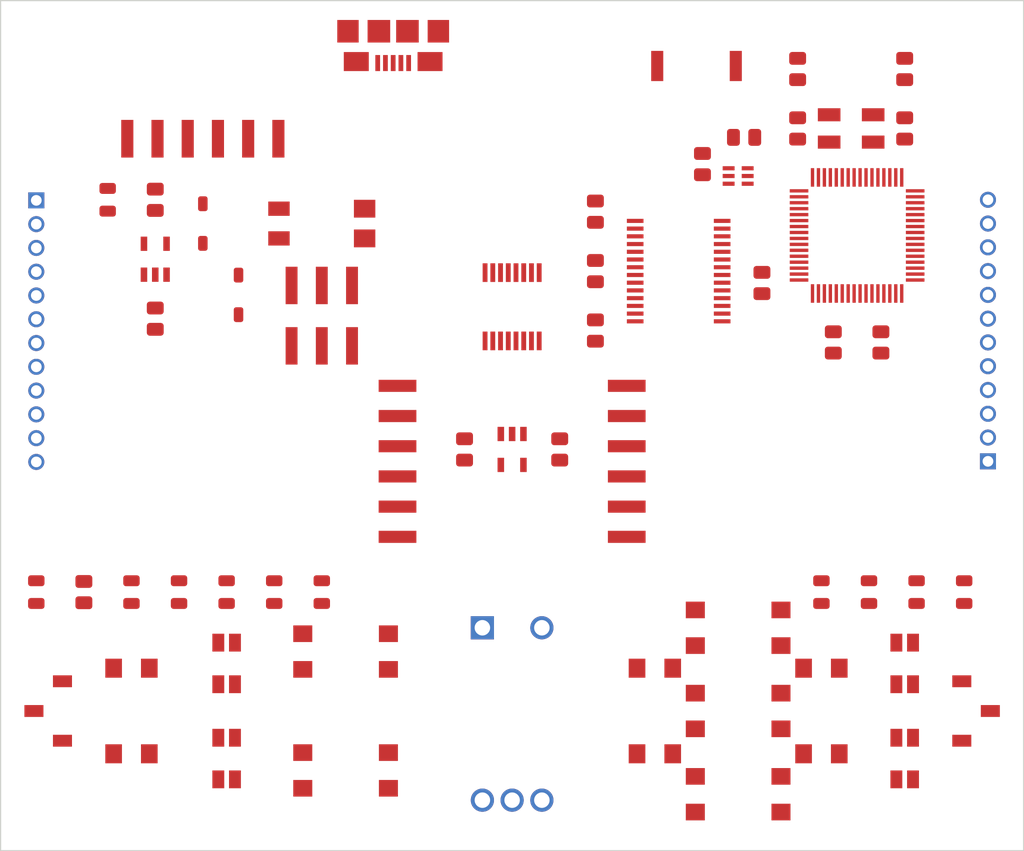
<source format=kicad_pcb>
(kicad_pcb (version 20241229) (generator "pcbnew") (generator_version "9.0")
  (layers (0 "F.Cu" signal "Top") (4 "In1.Cu" signal "Route2") (6 "In2.Cu" signal "Route15") (2 "B.Cu" signal "Bottom") (13 "F.Paste" user) (15 "B.Paste" user) (5 "F.SilkS" user "F.Silkscreen") (7 "B.SilkS" user "B.Silkscreen") (1 "F.Mask" user) (3 "B.Mask" user) (25 "Edge.Cuts" user))
  (net 0 "")
  (net 1 "GND")
  (net 2 "3V3")
  (net 3 "VBAT")
  (net 4 "Net-(B2-Pad4)")
  (net 5 "Net-(B2-Pad3)")
  (net 6 "Net-(B2-Pad2)")
  (net 7 "Net-(A1-PadFEED)")
  (net 8 "Net-(C14-Pad1)")
  (net 9 "Net-(C15-Pad1)")
  (net 10 "Net-(C11-Pad1)")
  (net 11 "Net-(C13-Pad1)")
  (net 12 "Net-(D6-PadC1)")
  (net 13 "/RESET")
  (net 14 "/THROTTLE")
  (net 15 "/YAW")
  (net 16 "/BTN_CENTER")
  (net 17 "/BTN_RIGHT")
  (net 18 "/BTN_LEFT")
  (net 19 "/BTN_UP")
  (net 20 "/RXI-0")
  (net 21 "/TXO-0")
  (net 22 "/E1-B")
  (net 23 "/E1-A")
  (net 24 "/MISO")
  (net 25 "/MOSI")
  (net 26 "/SCK")
  (net 27 "/BTN_DOWN")
  (net 28 "/E1-BUT")
  (net 29 "/BTN2/SDA")
  (net 30 "/BTN1/SCL")
  (net 31 "/PITCH")
  (net 32 "/RF")
  (net 33 "Net-(D6-PadA1)")
  (net 34 "Net-(D6-PadA2)")
  (net 35 "/ROLL")
  (net 36 "/DTR-0")
  (net 37 "/VREG_IN")
  (net 38 "/RXI")
  (net 39 "/FTDI_OUT")
  (net 40 "/TXLED")
  (net 41 "/RXLED")
  (net 42 "/DTR")
  (net 43 "/USB_D_N")
  (net 44 "/USB_D_P")
  (net 45 "/CTS")
  (net 46 "/TXO")
  (net 47 "Net-(R7-Pad1)")
  (net 48 "/VBUS")
  (net 49 "Net-(B3-Pad1A)")
  (net 50 "Net-(R1-Pad2)")
  (net 51 "Net-(D1-PadC2)")
  (net 52 "Net-(D4-PadC1)")
  (net 53 "/RXI-1")
  (net 54 "/TXO-1")
  (net 55 "Net-(S2-Pad2)")
  (net 56 "/DTR-1")
  (net 57 "/CTS-1")
  (net 58 "/GREF")
  (net 59 "Net-(D6-PadC2)")
  (net 60 "Net-(D5-PadA2)")
  (net 61 "Net-(D5-PadA1)")
  (net 62 "Net-(D1-PadA1)")
  (net 63 "Net-(D4-PadC2)")
  (footprint "controller_board:BALUN" (layer "F.Cu") (at 167.5011 83.7536 -90)
    (property "Reference" "B2" (hide yes))
    (property "Value" "BALUN0805" (hide yes))
    (pad "1" smd rect (at -0.65 0.8 270) (size 0.35 1) (layers "F.Cu" "F.Mask" "F.Paste") (net 7 "Net-(A1-PadFEED)"))
    (pad "2" smd rect (at 0 0.8 270) (size 0.35 1) (layers "F.Cu" "F.Mask" "F.Paste") (net 6 "Net-(B2-Pad2)"))
    (pad "3" smd rect (at 0.65 0.8 270) (size 0.35 1) (layers "F.Cu" "F.Mask" "F.Paste") (net 5 "Net-(B2-Pad3)"))
    (pad "4" smd rect (at 0.65 -0.8 270) (size 0.35 1) (layers "F.Cu" "F.Mask" "F.Paste") (net 4 "Net-(B2-Pad4)"))
    (pad "5" smd rect (at 0 -0.8 270) (size 0.35 1) (layers "F.Cu" "F.Mask" "F.Paste") (net 1 "GND"))
    (pad "6" smd rect (at -0.65 -0.8 270) (size 0.35 1) (layers "F.Cu" "F.Mask" "F.Paste"))
  )
  (footprint "controller_board:CAPC2012X140_HS" (layer "F.Cu") (at 164.5011 82.7536 -90)
    (property "Reference" "C3" (hide yes))
    (property "Value" "22pF" (hide yes))
    (pad "1" smd roundrect (at -0.895 0 90) (size 1.08 1.42) (layers "F.Cu" "F.Mask") (roundrect_rratio 0.23) (net 1 "GND"))
    (pad "2" smd roundrect (at 0.895 0 270) (size 1.08 1.42) (layers "F.Cu" "F.Mask") (roundrect_rratio 0.23) (net 6 "Net-(B2-Pad2)"))
  )
  (footprint "controller_board:CAPC2012X140_HS" (layer "F.Cu") (at 172.5011 74.7536 90)
    (property "Reference" "C14" (hide yes))
    (property "Value" "12pF" (hide yes))
    (pad "1" smd roundrect (at -0.895 0 270) (size 1.08 1.42) (layers "F.Cu" "F.Mask") (roundrect_rratio 0.23) (net 8 "Net-(C14-Pad1)"))
    (pad "2" smd roundrect (at 0.895 0 90) (size 1.08 1.42) (layers "F.Cu" "F.Mask") (roundrect_rratio 0.23) (net 1 "GND"))
  )
  (footprint "controller_board:CAPC2012X140_HS" (layer "F.Cu") (at 181.5011 74.7536 90)
    (property "Reference" "C15" (hide yes))
    (property "Value" "12pF" (hide yes))
    (pad "1" smd roundrect (at -0.895 0 270) (size 1.08 1.42) (layers "F.Cu" "F.Mask") (roundrect_rratio 0.23) (net 9 "Net-(C15-Pad1)"))
    (pad "2" smd roundrect (at 0.895 0 90) (size 1.08 1.42) (layers "F.Cu" "F.Mask") (roundrect_rratio 0.23) (net 1 "GND"))
  )
  (footprint "controller_board:CAPC2012X140_HS" (layer "F.Cu") (at 175.5011 97.7536 -90)
    (property "Reference" "C11" (hide yes))
    (property "Value" "1uF" (hide yes))
    (pad "1" smd roundrect (at -0.895 0 90) (size 1.08 1.42) (layers "F.Cu" "F.Mask") (roundrect_rratio 0.23) (net 10 "Net-(C11-Pad1)"))
    (pad "2" smd roundrect (at 0.895 0 270) (size 1.08 1.42) (layers "F.Cu" "F.Mask") (roundrect_rratio 0.23) (net 1 "GND"))
  )
  (footprint "controller_board:CAPC2012X140_HS" (layer "F.Cu") (at 172.5011 79.7536 -90)
    (property "Reference" "C13" (hide yes))
    (property "Value" "1uF" (hide yes))
    (pad "1" smd roundrect (at -0.895 0 90) (size 1.08 1.42) (layers "F.Cu" "F.Mask") (roundrect_rratio 0.23) (net 11 "Net-(C13-Pad1)"))
    (pad "2" smd roundrect (at 0.895 0 270) (size 1.08 1.42) (layers "F.Cu" "F.Mask") (roundrect_rratio 0.23) (net 1 "GND"))
  )
  (footprint "controller_board:CAPC2012X140_HS" (layer "F.Cu") (at 168.0011 80.5036)
    (property "Reference" "C2" (hide yes))
    (property "Value" "0.75pF" (hide yes))
    (pad "1" smd roundrect (at -0.895 0 180) (size 1.08 1.42) (layers "F.Cu" "F.Mask") (roundrect_rratio 0.23) (net 7 "Net-(A1-PadFEED)"))
    (pad "2" smd roundrect (at 0.895 0) (size 1.08 1.42) (layers "F.Cu" "F.Mask") (roundrect_rratio 0.23) (net 1 "GND"))
  )
  (footprint "controller_board:CAPC2012X140_HS" (layer "F.Cu") (at 179.5011 97.7536 -90)
    (property "Reference" "C12" (hide yes))
    (property "Value" "1uF" (hide yes))
    (pad "1" smd roundrect (at -0.895 0 90) (size 1.08 1.42) (layers "F.Cu" "F.Mask") (roundrect_rratio 0.23) (net 2 "3V3"))
    (pad "2" smd roundrect (at 0.895 0 270) (size 1.08 1.42) (layers "F.Cu" "F.Mask") (roundrect_rratio 0.23) (net 1 "GND"))
  )
  (footprint "controller_board:CAPC2012X140_HS" (layer "F.Cu") (at 181.5011 79.7536 -90)
    (property "Reference" "C16" (hide yes))
    (property "Value" "1uF" (hide yes))
    (pad "1" smd roundrect (at -0.895 0 90) (size 1.08 1.42) (layers "F.Cu" "F.Mask") (roundrect_rratio 0.23) (net 2 "3V3"))
    (pad "2" smd roundrect (at 0.895 0 270) (size 1.08 1.42) (layers "F.Cu" "F.Mask") (roundrect_rratio 0.23) (net 1 "GND"))
  )
  (footprint "controller_board:CAPC2012X140_HS" (layer "F.Cu") (at 112.5011 118.7536 90)
    (property "Reference" "C1" (hide yes))
    (property "Value" "0.1uF" (hide yes))
    (pad "1" smd roundrect (at -0.895 0 270) (size 1.08 1.42) (layers "F.Cu" "F.Mask") (roundrect_rratio 0.23) (net 13 "/RESET"))
    (pad "2" smd roundrect (at 0.895 0 90) (size 1.08 1.42) (layers "F.Cu" "F.Mask") (roundrect_rratio 0.23) (net 36 "/DTR-0"))
  )
  (footprint "controller_board:2X3-SMD" (layer "F.Cu") (at 132.5011 95.5 180)
    (property "Reference" "J4" (hide yes))
    (property "Value" "AVR_SPI_PRG_6-SMD" (hide yes))
    (pad "1" smd rect (at -2.54 2.54 180) (size 1 3.15) (layers "F.Cu" "F.Mask" "F.Paste") (net 24 "/MISO"))
    (pad "2" smd rect (at -2.54 -2.54 180) (size 1 3.15) (layers "F.Cu" "F.Mask" "F.Paste") (net 2 "3V3"))
    (pad "3" smd rect (at 0 2.54 180) (size 1 3.15) (layers "F.Cu" "F.Mask" "F.Paste") (net 26 "/SCK"))
    (pad "4" smd rect (at 0 -2.54 180) (size 1 3.15) (layers "F.Cu" "F.Mask" "F.Paste") (net 25 "/MOSI"))
    (pad "5" smd rect (at 2.54 2.54 180) (size 1 3.15) (layers "F.Cu" "F.Mask" "F.Paste") (net 13 "/RESET"))
    (pad "6" smd rect (at 2.54 -2.54 180) (size 1 3.15) (layers "F.Cu" "F.Mask" "F.Paste") (net 1 "GND"))
  )
  (footprint "controller_board:RESC2012X60_HS" (layer "F.Cu") (at 178.5011 118.7536 -90)
    (property "Reference" "R18" (hide yes))
    (property "Value" "510" (hide yes))
    (pad "1" smd roundrect (at -0.955 0 90) (size 0.92 1.38) (layers "F.Cu" "F.Mask") (net 1 "GND"))
    (pad "2" smd roundrect (at 0.955 0 270) (size 0.92 1.38) (layers "F.Cu" "F.Mask") (net 12 "Net-(D6-PadC1)"))
  )
  (footprint "controller_board:RESC2012X60_HS" (layer "F.Cu") (at 108.5011 118.7536 90)
    (property "Reference" "R2" (hide yes))
    (property "Value" "10K" (hide yes))
    (pad "1" smd roundrect (at -0.955 0 270) (size 0.92 1.38) (layers "F.Cu" "F.Mask") (net 13 "/RESET"))
    (pad "2" smd roundrect (at 0.955 0 90) (size 0.92 1.38) (layers "F.Cu" "F.Mask") (net 2 "3V3"))
  )
  (footprint "controller_board:4.5MM_TACTILE_SWITCH_TL3305AF160QG" (layer "F.Cu") (at 134.5011 133.7536 180)
    (property "Reference" "B5" (hide yes))
    (property "Value" "PUSHBUTTON_-4.5X4.5" (hide yes))
    (pad "1" smd rect (at -3.6 1.5 270) (size 1.4 1.6) (layers "F.Cu" "F.Mask" "F.Paste") (net 1 "GND"))
    (pad "2" smd rect (at 3.6 1.5 270) (size 1.4 1.6) (layers "F.Cu" "F.Mask" "F.Paste") (net 1 "GND"))
    (pad "3" smd rect (at -3.6 -1.5 270) (size 1.4 1.6) (layers "F.Cu" "F.Mask" "F.Paste") (net 29 "/BTN2/SDA"))
    (pad "4" smd rect (at 3.6 -1.5 270) (size 1.4 1.6) (layers "F.Cu" "F.Mask" "F.Paste") (net 29 "/BTN2/SDA"))
  )
  (footprint "controller_board:4.5MM_TACTILE_SWITCH_TL3305AF160QG" (layer "F.Cu") (at 134.5011 123.7536 180)
    (property "Reference" "B4" (hide yes))
    (property "Value" "PUSHBUTTON_-4.5X4.5" (hide yes))
    (pad "1" smd rect (at -3.6 1.5 270) (size 1.4 1.6) (layers "F.Cu" "F.Mask" "F.Paste") (net 1 "GND"))
    (pad "2" smd rect (at 3.6 1.5 270) (size 1.4 1.6) (layers "F.Cu" "F.Mask" "F.Paste") (net 1 "GND"))
    (pad "3" smd rect (at -3.6 -1.5 270) (size 1.4 1.6) (layers "F.Cu" "F.Mask" "F.Paste") (net 30 "/BTN1/SCL"))
    (pad "4" smd rect (at 3.6 -1.5 270) (size 1.4 1.6) (layers "F.Cu" "F.Mask" "F.Paste") (net 30 "/BTN1/SCL"))
  )
  (footprint "controller_board:4.5MM_TACTILE_SWITCH_TL3305AF160QG" (layer "F.Cu") (at 116.5011 128.7536 90)
    (property "Reference" "B1" (hide yes))
    (property "Value" "PUSHBUTTON_-4.5X4.5" (hide yes))
    (pad "1" smd rect (at -3.6 1.5 180) (size 1.4 1.6) (layers "F.Cu" "F.Mask" "F.Paste") (net 13 "/RESET"))
    (pad "2" smd rect (at 3.6 1.5 180) (size 1.4 1.6) (layers "F.Cu" "F.Mask" "F.Paste") (net 13 "/RESET"))
    (pad "3" smd rect (at -3.6 -1.5 180) (size 1.4 1.6) (layers "F.Cu" "F.Mask" "F.Paste") (net 1 "GND"))
    (pad "4" smd rect (at 3.6 -1.5 180) (size 1.4 1.6) (layers "F.Cu" "F.Mask" "F.Paste") (net 1 "GND"))
  )
  (footprint "controller_board:QFN-64" (layer "F.Cu") (at 177.5011 88.7536)
    (property "Reference" "U4" (hide yes))
    (property "Value" "ATMEGA128RFA1" (hide yes))
    (pad "1" smd rect (at -4.881 -3.75 270) (size 0.28 1.562) (layers "F.Cu" "F.Mask" "F.Paste") (net 35 "/ROLL"))
    (pad "2" smd rect (at -4.881 -3.25 270) (size 0.28 1.562) (layers "F.Cu" "F.Mask" "F.Paste") (net 31 "/PITCH"))
    (pad "3" smd rect (at -4.881 -2.75 270) (size 0.28 1.562) (layers "F.Cu" "F.Mask" "F.Paste"))
    (pad "4" smd rect (at -4.881 -2.25 270) (size 0.28 1.562) (layers "F.Cu" "F.Mask" "F.Paste"))
    (pad "5" smd rect (at -4.881 -1.75 270) (size 0.28 1.562) (layers "F.Cu" "F.Mask" "F.Paste"))
    (pad "6" smd rect (at -4.881 -1.25 270) (size 0.28 1.562) (layers "F.Cu" "F.Mask" "F.Paste"))
    (pad "7" smd rect (at -4.881 -0.75 270) (size 0.28 1.562) (layers "F.Cu" "F.Mask" "F.Paste") (net 1 "GND"))
    (pad "8" smd rect (at -4.881 -0.25 270) (size 0.28 1.562) (layers "F.Cu" "F.Mask" "F.Paste") (net 4 "Net-(B2-Pad4)"))
    (pad "9" smd rect (at -4.881 0.25 270) (size 0.28 1.562) (layers "F.Cu" "F.Mask" "F.Paste") (net 5 "Net-(B2-Pad3)"))
    (pad "10" smd rect (at -4.881 0.75 270) (size 0.28 1.562) (layers "F.Cu" "F.Mask" "F.Paste") (net 1 "GND"))
    (pad "11" smd rect (at -4.881 1.25 270) (size 0.28 1.562) (layers "F.Cu" "F.Mask" "F.Paste") (net 1 "GND"))
    (pad "12" smd rect (at -4.881 1.75 270) (size 0.28 1.562) (layers "F.Cu" "F.Mask" "F.Paste") (net 13 "/RESET"))
    (pad "13" smd rect (at -4.881 2.25 270) (size 0.28 1.562) (layers "F.Cu" "F.Mask" "F.Paste"))
    (pad "14" smd rect (at -4.881 2.75 270) (size 0.28 1.562) (layers "F.Cu" "F.Mask" "F.Paste") (net 34 "Net-(D6-PadA2)"))
    (pad "15" smd rect (at -4.881 3.25 90) (size 0.28 1.562) (layers "F.Cu" "F.Mask" "F.Paste") (net 33 "Net-(D6-PadA1)"))
    (pad "16" smd rect (at -4.881 3.75 90) (size 0.28 1.562) (layers "F.Cu" "F.Mask" "F.Paste") (net 32 "/RF"))
    (pad "17" smd rect (at -3.75 4.881 180) (size 0.28 1.562) (layers "F.Cu" "F.Mask" "F.Paste"))
    (pad "18" smd rect (at -3.25 4.881 180) (size 0.28 1.562) (layers "F.Cu" "F.Mask" "F.Paste"))
    (pad "19" smd rect (at -2.75 4.881 180) (size 0.28 1.562) (layers "F.Cu" "F.Mask" "F.Paste"))
    (pad "20" smd rect (at -2.25 4.881 180) (size 0.28 1.562) (layers "F.Cu" "F.Mask" "F.Paste") (net 1 "GND"))
    (pad "21" smd rect (at -1.75 4.881 180) (size 0.28 1.562) (layers "F.Cu" "F.Mask" "F.Paste") (net 10 "Net-(C11-Pad1)"))
    (pad "22" smd rect (at -1.25 4.881 180) (size 0.28 1.562) (layers "F.Cu" "F.Mask" "F.Paste") (net 10 "Net-(C11-Pad1)"))
    (pad "23" smd rect (at -0.75 4.881 180) (size 0.28 1.562) (layers "F.Cu" "F.Mask" "F.Paste") (net 2 "3V3"))
    (pad "24" smd rect (at -0.25 4.881 180) (size 0.28 1.562) (layers "F.Cu" "F.Mask" "F.Paste") (net 1 "GND"))
    (pad "25" smd rect (at 0.25 4.881 180) (size 0.28 1.562) (layers "F.Cu" "F.Mask" "F.Paste") (net 30 "/BTN1/SCL"))
    (pad "26" smd rect (at 0.75 4.881 180) (size 0.28 1.562) (layers "F.Cu" "F.Mask" "F.Paste") (net 29 "/BTN2/SDA"))
    (pad "27" smd rect (at 1.25 4.881 180) (size 0.28 1.562) (layers "F.Cu" "F.Mask" "F.Paste") (net 28 "/E1-BUT"))
    (pad "28" smd rect (at 1.75 4.881 180) (size 0.28 1.562) (layers "F.Cu" "F.Mask" "F.Paste") (net 27 "/BTN_DOWN"))
    (pad "29" smd rect (at 2.25 4.881) (size 0.28 1.562) (layers "F.Cu" "F.Mask" "F.Paste"))
    (pad "30" smd rect (at 2.75 4.881) (size 0.28 1.562) (layers "F.Cu" "F.Mask" "F.Paste"))
    (pad "31" smd rect (at 3.25 4.881) (size 0.28 1.562) (layers "F.Cu" "F.Mask" "F.Paste"))
    (pad "32" smd rect (at 3.75 4.881) (size 0.28 1.562) (layers "F.Cu" "F.Mask" "F.Paste"))
    (pad "33" smd rect (at 4.881 3.75 90) (size 0.28 1.562) (layers "F.Cu" "F.Mask" "F.Paste") (net 1 "GND"))
    (pad "34" smd rect (at 4.881 3.25 90) (size 0.28 1.562) (layers "F.Cu" "F.Mask" "F.Paste") (net 2 "3V3"))
    (pad "35" smd rect (at 4.881 2.75 90) (size 0.28 1.562) (layers "F.Cu" "F.Mask" "F.Paste") (net 1 "GND"))
    (pad "36" smd rect (at 4.881 2.25 90) (size 0.28 1.562) (layers "F.Cu" "F.Mask" "F.Paste"))
    (pad "37" smd rect (at 4.881 1.75 90) (size 0.28 1.562) (layers "F.Cu" "F.Mask" "F.Paste") (net 26 "/SCK"))
    (pad "38" smd rect (at 4.881 1.25 90) (size 0.28 1.562) (layers "F.Cu" "F.Mask" "F.Paste") (net 25 "/MOSI"))
    (pad "39" smd rect (at 4.881 0.75 90) (size 0.28 1.562) (layers "F.Cu" "F.Mask" "F.Paste") (net 24 "/MISO"))
    (pad "40" smd rect (at 4.881 0.25 90) (size 0.28 1.562) (layers "F.Cu" "F.Mask" "F.Paste") (net 23 "/E1-A"))
    (pad "41" smd rect (at 4.881 -0.25 90) (size 0.28 1.562) (layers "F.Cu" "F.Mask" "F.Paste") (net 22 "/E1-B"))
    (pad "42" smd rect (at 4.881 -0.75 90) (size 0.28 1.562) (layers "F.Cu" "F.Mask" "F.Paste"))
    (pad "43" smd rect (at 4.881 -1.25 90) (size 0.28 1.562) (layers "F.Cu" "F.Mask" "F.Paste"))
    (pad "44" smd rect (at 4.881 -1.75 90) (size 0.28 1.562) (layers "F.Cu" "F.Mask" "F.Paste") (net 2 "3V3"))
    (pad "45" smd rect (at 4.881 -2.25 90) (size 0.28 1.562) (layers "F.Cu" "F.Mask" "F.Paste") (net 1 "GND"))
    (pad "46" smd rect (at 4.881 -2.75 90) (size 0.28 1.562) (layers "F.Cu" "F.Mask" "F.Paste") (net 21 "/TXO-0"))
    (pad "47" smd rect (at 4.881 -3.25 90) (size 0.28 1.562) (layers "F.Cu" "F.Mask" "F.Paste") (net 20 "/RXI-0"))
    (pad "48" smd rect (at 4.881 -3.75 90) (size 0.28 1.562) (layers "F.Cu" "F.Mask" "F.Paste"))
    (pad "49" smd rect (at 3.75 -4.881) (size 0.28 1.562) (layers "F.Cu" "F.Mask" "F.Paste"))
    (pad "50" smd rect (at 3.25 -4.881) (size 0.28 1.562) (layers "F.Cu" "F.Mask" "F.Paste") (net 19 "/BTN_UP"))
    (pad "51" smd rect (at 2.75 -4.881) (size 0.28 1.562) (layers "F.Cu" "F.Mask" "F.Paste") (net 18 "/BTN_LEFT"))
    (pad "52" smd rect (at 2.25 -4.881) (size 0.28 1.562) (layers "F.Cu" "F.Mask" "F.Paste") (net 17 "/BTN_RIGHT"))
    (pad "53" smd rect (at 1.75 -4.881) (size 0.28 1.562) (layers "F.Cu" "F.Mask" "F.Paste") (net 16 "/BTN_CENTER"))
    (pad "54" smd rect (at 1.25 -4.881) (size 0.28 1.562) (layers "F.Cu" "F.Mask" "F.Paste") (net 2 "3V3"))
    (pad "55" smd rect (at 0.75 -4.881) (size 0.28 1.562) (layers "F.Cu" "F.Mask" "F.Paste") (net 1 "GND"))
    (pad "56" smd rect (at 0.25 -4.881) (size 0.28 1.562) (layers "F.Cu" "F.Mask" "F.Paste") (net 9 "Net-(C15-Pad1)"))
    (pad "57" smd rect (at -0.25 -4.881) (size 0.28 1.562) (layers "F.Cu" "F.Mask" "F.Paste") (net 8 "Net-(C14-Pad1)"))
    (pad "58" smd rect (at -0.75 -4.881) (size 0.28 1.562) (layers "F.Cu" "F.Mask" "F.Paste") (net 1 "GND"))
    (pad "59" smd rect (at -1.25 -4.881) (size 0.28 1.562) (layers "F.Cu" "F.Mask" "F.Paste") (net 2 "3V3"))
    (pad "60" smd rect (at -1.75 -4.881) (size 0.28 1.562) (layers "F.Cu" "F.Mask" "F.Paste") (net 11 "Net-(C13-Pad1)"))
    (pad "61" smd rect (at -2.25 -4.881) (size 0.28 1.562) (layers "F.Cu" "F.Mask" "F.Paste") (net 1 "GND"))
    (pad "62" smd rect (at -2.75 -4.881) (size 0.28 1.562) (layers "F.Cu" "F.Mask" "F.Paste"))
    (pad "63" smd rect (at -3.25 -4.881) (size 0.28 1.562) (layers "F.Cu" "F.Mask" "F.Paste") (net 15 "/YAW"))
    (pad "64" smd rect (at -3.75 -4.881) (size 0.28 1.562) (layers "F.Cu" "F.Mask" "F.Paste") (net 14 "/THROTTLE"))
  )
  (footprint "controller_board:CRYSTAL-SMD-5X3" (layer "F.Cu") (at 177.0011 79.7536 180)
    (property "Reference" "Y1" (hide yes))
    (property "Value" "CRYSTAL5X3" (hide yes))
    (pad "1" smd rect (at -1.85 1.15 180) (size 1.9 1.1) (layers "F.Cu" "F.Mask" "F.Paste") (net 9 "Net-(C15-Pad1)"))
    (pad "2" smd rect (at 1.85 1.15 180) (size 1.9 1.1) (layers "F.Cu" "F.Mask" "F.Paste"))
    (pad "3" smd rect (at 1.85 -1.15 180) (size 1.9 1.1) (layers "F.Cu" "F.Mask" "F.Paste") (net 8 "Net-(C14-Pad1)"))
    (pad "4" smd rect (at -1.85 -1.15 180) (size 1.9 1.1) (layers "F.Cu" "F.Mask" "F.Paste"))
  )
  (footprint "controller_board:JS102011JCQN" (layer "F.Cu") (at 109.5011 128.7536 90)
    (property "Reference" "S1" (hide yes))
    (property "Value" "POWER-SWITCH-MFS201N-9-Z-SMD-VERTICAL" (hide yes))
    (pad "1" smd rect (at -2.5 1.2 90) (size 1 1.6) (layers "F.Cu" "F.Mask" "F.Paste") (net 37 "/VREG_IN"))
    (pad "2" smd rect (at 0 -1.2 90) (size 1 1.6) (layers "F.Cu" "F.Mask" "F.Paste") (net 3 "VBAT"))
    (pad "3" smd rect (at 2.5 1.2 90) (size 1 1.6) (layers "F.Cu" "F.Mask" "F.Paste"))
  )
  (footprint "controller_board:SSOP28DB" (layer "F.Cu") (at 162.5011 91.7536 90)
    (property "Reference" "U3" (hide yes))
    (property "Value" "FT232RLSSOP" (hide yes))
    (pad "1" smd rect (at -4.225 3.656 90) (size 0.348 1.397) (layers "F.Cu" "F.Mask" "F.Paste") (net 46 "/TXO"))
    (pad "2" smd rect (at -3.575 3.656 90) (size 0.348 1.397) (layers "F.Cu" "F.Mask" "F.Paste") (net 42 "/DTR"))
    (pad "3" smd rect (at -2.925 3.656 90) (size 0.348 1.397) (layers "F.Cu" "F.Mask" "F.Paste"))
    (pad "4" smd rect (at -2.275 3.656 90) (size 0.348 1.397) (layers "F.Cu" "F.Mask" "F.Paste") (net 39 "/FTDI_OUT"))
    (pad "5" smd rect (at -1.625 3.656 90) (size 0.348 1.397) (layers "F.Cu" "F.Mask" "F.Paste") (net 38 "/RXI"))
    (pad "6" smd rect (at -0.975 3.656 90) (size 0.348 1.397) (layers "F.Cu" "F.Mask" "F.Paste"))
    (pad "7" smd rect (at -0.325 3.656 90) (size 0.348 1.397) (layers "F.Cu" "F.Mask" "F.Paste") (net 1 "GND"))
    (pad "8" smd rect (at 0.325 3.656 90) (size 0.348 1.397) (layers "F.Cu" "F.Mask" "F.Paste"))
    (pad "9" smd rect (at 0.975 3.656 90) (size 0.348 1.397) (layers "F.Cu" "F.Mask" "F.Paste"))
    (pad "10" smd rect (at 1.625 3.656 90) (size 0.348 1.397) (layers "F.Cu" "F.Mask" "F.Paste"))
    (pad "11" smd rect (at 2.275 3.656 90) (size 0.348 1.397) (layers "F.Cu" "F.Mask" "F.Paste") (net 45 "/CTS"))
    (pad "12" smd rect (at 2.925 3.656 90) (size 0.348 1.397) (layers "F.Cu" "F.Mask" "F.Paste"))
    (pad "13" smd rect (at 3.575 3.656 90) (size 0.348 1.397) (layers "F.Cu" "F.Mask" "F.Paste"))
    (pad "14" smd rect (at 4.225 3.656 90) (size 0.348 1.397) (layers "F.Cu" "F.Mask" "F.Paste"))
    (pad "15" smd rect (at 4.225 -3.656 90) (size 0.348 1.397) (layers "F.Cu" "F.Mask" "F.Paste") (net 44 "/USB_D_P"))
    (pad "16" smd rect (at 3.575 -3.656 90) (size 0.348 1.397) (layers "F.Cu" "F.Mask" "F.Paste") (net 43 "/USB_D_N"))
    (pad "17" smd rect (at 2.925 -3.656 90) (size 0.348 1.397) (layers "F.Cu" "F.Mask" "F.Paste") (net 39 "/FTDI_OUT"))
    (pad "18" smd rect (at 2.275 -3.656 90) (size 0.348 1.397) (layers "F.Cu" "F.Mask" "F.Paste") (net 1 "GND"))
    (pad "19" smd rect (at 1.625 -3.656 90) (size 0.348 1.397) (layers "F.Cu" "F.Mask" "F.Paste"))
    (pad "20" smd rect (at 0.975 -3.656 90) (size 0.348 1.397) (layers "F.Cu" "F.Mask" "F.Paste") (net 37 "/VREG_IN"))
    (pad "21" smd rect (at 0.325 -3.656 90) (size 0.348 1.397) (layers "F.Cu" "F.Mask" "F.Paste") (net 1 "GND"))
    (pad "22" smd rect (at -0.325 -3.656 90) (size 0.348 1.397) (layers "F.Cu" "F.Mask" "F.Paste") (net 41 "/RXLED"))
    (pad "23" smd rect (at -0.975 -3.656 90) (size 0.348 1.397) (layers "F.Cu" "F.Mask" "F.Paste") (net 40 "/TXLED"))
    (pad "24" smd rect (at -1.625 -3.656 90) (size 0.348 1.397) (layers "F.Cu" "F.Mask" "F.Paste"))
    (pad "25" smd rect (at -2.275 -3.656 90) (size 0.348 1.397) (layers "F.Cu" "F.Mask" "F.Paste") (net 1 "GND"))
    (pad "26" smd rect (at -2.925 -3.656 90) (size 0.348 1.397) (layers "F.Cu" "F.Mask" "F.Paste") (net 1 "GND"))
    (pad "27" smd rect (at -3.575 -3.656 90) (size 0.348 1.397) (layers "F.Cu" "F.Mask" "F.Paste"))
    (pad "28" smd rect (at -4.225 -3.656 90) (size 0.348 1.397) (layers "F.Cu" "F.Mask" "F.Paste"))
  )
  (footprint "controller_board:CAPC2012X140_HS" (layer "F.Cu") (at 155.5011 96.7536 -90)
    (property "Reference" "C8" (hide yes))
    (property "Value" "0.1uF" (hide yes))
    (pad "1" smd roundrect (at -0.895 0 90) (size 1.08 1.42) (layers "F.Cu" "F.Mask") (roundrect_rratio 0.23) (net 37 "/VREG_IN"))
    (pad "2" smd roundrect (at 0.895 0 270) (size 1.08 1.42) (layers "F.Cu" "F.Mask") (roundrect_rratio 0.23) (net 1 "GND"))
  )
  (footprint "controller_board:CAPC2012X140_HS" (layer "F.Cu") (at 155.5011 91.7536 90)
    (property "Reference" "C7" (hide yes))
    (property "Value" "10uF" (hide yes))
    (pad "1" smd roundrect (at -0.895 0 270) (size 1.08 1.42) (layers "F.Cu" "F.Mask") (roundrect_rratio 0.23) (net 37 "/VREG_IN"))
    (pad "2" smd roundrect (at 0.895 0 90) (size 1.08 1.42) (layers "F.Cu" "F.Mask") (roundrect_rratio 0.23) (net 1 "GND"))
  )
  (footprint "controller_board:CAPC2012X140_HS" (layer "F.Cu") (at 169.5011 92.7536 90)
    (property "Reference" "C9" (hide yes))
    (property "Value" "0.1uF" (hide yes))
    (pad "1" smd roundrect (at -0.895 0 270) (size 1.08 1.42) (layers "F.Cu" "F.Mask") (roundrect_rratio 0.23) (net 39 "/FTDI_OUT"))
    (pad "2" smd roundrect (at 0.895 0 90) (size 1.08 1.42) (layers "F.Cu" "F.Mask") (roundrect_rratio 0.23) (net 1 "GND"))
  )
  (footprint "controller_board:SOT23-5" (layer "F.Cu") (at 118.5011 90.7536)
    (property "Reference" "U2" (hide yes))
    (property "Value" "MCP73831T-2ACI/OT" (hide yes))
    (pad "1" smd rect (at -0.95 1.3001) (size 0.55 1.2) (layers "F.Cu" "F.Mask" "F.Paste") (net 50 "Net-(R1-Pad2)"))
    (pad "2" smd rect (at 0 1.3001) (size 0.55 1.2) (layers "F.Cu" "F.Mask" "F.Paste") (net 1 "GND"))
    (pad "3" smd rect (at 0.95 1.3001) (size 0.55 1.2) (layers "F.Cu" "F.Mask" "F.Paste") (net 49 "Net-(B3-Pad1A)"))
    (pad "4" smd rect (at 0.95 -1.3001) (size 0.55 1.2) (layers "F.Cu" "F.Mask" "F.Paste") (net 48 "/VBUS"))
    (pad "5" smd rect (at -0.95 -1.3001) (size 0.55 1.2) (layers "F.Cu" "F.Mask" "F.Paste") (net 47 "Net-(R7-Pad1)"))
  )
  (footprint "controller_board:RESC2012X60_HS" (layer "F.Cu") (at 116.5011 118.7536 90)
    (property "Reference" "R1" (hide yes))
    (property "Value" "510" (hide yes))
    (pad "1" smd roundrect (at -0.955 0 270) (size 0.92 1.38) (layers "F.Cu" "F.Mask") (net 51 "Net-(D1-PadC2)"))
    (pad "2" smd roundrect (at 0.955 0 90) (size 0.92 1.38) (layers "F.Cu" "F.Mask") (net 50 "Net-(R1-Pad2)"))
  )
  (footprint "controller_board:CAPC2012X140_HS" (layer "F.Cu") (at 118.5011 85.7536 -90)
    (property "Reference" "C5" (hide yes))
    (property "Value" "10uF" (hide yes))
    (pad "1" smd roundrect (at -0.895 0 90) (size 1.08 1.42) (layers "F.Cu" "F.Mask") (roundrect_rratio 0.23) (net 48 "/VBUS"))
    (pad "2" smd roundrect (at 0.895 0 270) (size 1.08 1.42) (layers "F.Cu" "F.Mask") (roundrect_rratio 0.23) (net 1 "GND"))
  )
  (footprint "controller_board:CAPC2012X140_HS" (layer "F.Cu") (at 118.5011 95.7536 90)
    (property "Reference" "C6" (hide yes))
    (property "Value" "10uF" (hide yes))
    (pad "1" smd roundrect (at -0.895 0 270) (size 1.08 1.42) (layers "F.Cu" "F.Mask") (roundrect_rratio 0.23) (net 49 "Net-(B3-Pad1A)"))
    (pad "2" smd roundrect (at 0.895 0 90) (size 1.08 1.42) (layers "F.Cu" "F.Mask") (roundrect_rratio 0.23) (net 1 "GND"))
  )
  (footprint "controller_board:RESC2012X60_HS" (layer "F.Cu") (at 114.5011 85.7536 90)
    (property "Reference" "R7" (hide yes))
    (property "Value" "2.2K" (hide yes))
    (pad "1" smd roundrect (at -0.955 0 270) (size 0.92 1.38) (layers "F.Cu" "F.Mask") (net 47 "Net-(R7-Pad1)"))
    (pad "2" smd roundrect (at 0.955 0 90) (size 0.92 1.38) (layers "F.Cu" "F.Mask") (net 1 "GND"))
  )
  (footprint "controller_board:RESC2012X60_HS" (layer "F.Cu") (at 128.5011 118.7536 -90)
    (property "Reference" "R15" (hide yes))
    (property "Value" "510" (hide yes))
    (pad "1" smd roundrect (at -0.955 0 90) (size 0.92 1.38) (layers "F.Cu" "F.Mask") (net 1 "GND"))
    (pad "2" smd roundrect (at 0.955 0 270) (size 0.92 1.38) (layers "F.Cu" "F.Mask") (net 52 "Net-(D4-PadC1)"))
  )
  (footprint "controller_board:SOP65P640X110-16" (layer "F.Cu") (at 148.5011 94.7536 -90)
    (property "Reference" "U5" (hide yes))
    (property "Value" "DPDT-X2" (hide yes))
    (pad "1" smd rect (at -2.8717 -2.275 270) (size 1.5719 0.4068) (layers "F.Cu" "F.Mask" "F.Paste") (net 57 "/CTS-1"))
    (pad "2" smd rect (at -2.8717 -1.625 270) (size 1.5719 0.4068) (layers "F.Cu" "F.Mask" "F.Paste") (net 45 "/CTS"))
    (pad "3" smd rect (at -2.8717 -0.975 270) (size 1.5719 0.4068) (layers "F.Cu" "F.Mask" "F.Paste"))
    (pad "4" smd rect (at -2.8717 -0.325 270) (size 1.5719 0.4068) (layers "F.Cu" "F.Mask" "F.Paste") (net 55 "Net-(S2-Pad2)"))
    (pad "5" smd rect (at -2.8717 0.325 270) (size 1.5719 0.4068) (layers "F.Cu" "F.Mask" "F.Paste") (net 54 "/TXO-1"))
    (pad "6" smd rect (at -2.8717 0.975 270) (size 1.5719 0.4068) (layers "F.Cu" "F.Mask" "F.Paste") (net 46 "/TXO"))
    (pad "7" smd rect (at -2.8717 1.625 270) (size 1.5719 0.4068) (layers "F.Cu" "F.Mask" "F.Paste") (net 21 "/TXO-0"))
    (pad "8" smd rect (at -2.8717 2.275 270) (size 1.5719 0.4068) (layers "F.Cu" "F.Mask" "F.Paste") (net 1 "GND"))
    (pad "9" smd rect (at 2.8717 2.275 270) (size 1.5719 0.4068) (layers "F.Cu" "F.Mask" "F.Paste") (net 53 "/RXI-1"))
    (pad "10" smd rect (at 2.8717 1.625 270) (size 1.5719 0.4068) (layers "F.Cu" "F.Mask" "F.Paste") (net 38 "/RXI"))
    (pad "11" smd rect (at 2.8717 0.975 270) (size 1.5719 0.4068) (layers "F.Cu" "F.Mask" "F.Paste") (net 20 "/RXI-0"))
    (pad "12" smd rect (at 2.8717 0.325 270) (size 1.5719 0.4068) (layers "F.Cu" "F.Mask" "F.Paste") (net 55 "Net-(S2-Pad2)"))
    (pad "13" smd rect (at 2.8717 -0.325 270) (size 1.5719 0.4068) (layers "F.Cu" "F.Mask" "F.Paste") (net 56 "/DTR-1"))
    (pad "14" smd rect (at 2.8717 -0.975 270) (size 1.5719 0.4068) (layers "F.Cu" "F.Mask" "F.Paste") (net 42 "/DTR"))
    (pad "15" smd rect (at 2.8717 -1.625 270) (size 1.5719 0.4068) (layers "F.Cu" "F.Mask" "F.Paste") (net 36 "/DTR-0"))
    (pad "16" smd rect (at 2.8717 -2.275 270) (size 1.5719 0.4068) (layers "F.Cu" "F.Mask" "F.Paste") (net 2 "3V3"))
  )
  (footprint "controller_board:JS102011JCQN" (layer "F.Cu") (at 187.5011 128.7536 -90)
    (property "Reference" "S2" (hide yes))
    (property "Value" "POWER-SWITCH-MFS201N-9-Z-SMD-VERTICAL" (hide yes))
    (pad "1" smd rect (at -2.5 1.2 270) (size 1 1.6) (layers "F.Cu" "F.Mask" "F.Paste") (net 2 "3V3"))
    (pad "2" smd rect (at 0 -1.2 270) (size 1 1.6) (layers "F.Cu" "F.Mask" "F.Paste") (net 55 "Net-(S2-Pad2)"))
    (pad "3" smd rect (at 2.5 1.2 270) (size 1 1.6) (layers "F.Cu" "F.Mask" "F.Paste") (net 1 "GND"))
  )
  (footprint "controller_board:SOD3716X135_HS" (layer "F.Cu") (at 125.5011 93.7536 -90)
    (property "Reference" "D3" (hide yes))
    (property "Value" "360mV" (hide yes))
    (pad "A" smd roundrect (at 1.665 0 270) (size 1.25 0.8) (layers "F.Cu" "F.Mask") (net 49 "Net-(B3-Pad1A)"))
    (pad "C" smd roundrect (at -1.665 0 90) (size 1.25 0.8) (layers "F.Cu" "F.Mask") (net 3 "VBAT"))
  )
  (footprint "controller_board:SOD3716X135_HS" (layer "F.Cu") (at 122.5011 87.7536 90)
    (property "Reference" "D2" (hide yes))
    (property "Value" "360mV" (hide yes))
    (pad "A" smd roundrect (at 1.665 0 90) (size 1.25 0.8) (layers "F.Cu" "F.Mask") (net 48 "/VBUS"))
    (pad "C" smd roundrect (at -1.665 0 270) (size 1.25 0.8) (layers "F.Cu" "F.Mask") (net 3 "VBAT"))
  )
  (footprint "controller_board:USB-MICROA-10118192-0001LF" (layer "F.Cu") (at 138.5011 74.2536 180)
    (property "Reference" "J1" (hide yes))
    (property "Value" "USB-MICROA-AMPHENOL-10118192-0001LF" (hide yes))
    (pad "1" smd rect (at -1.3 0 180) (size 0.4 1.35) (layers "F.Cu" "F.Mask" "F.Paste") (net 48 "/VBUS"))
    (pad "2" smd rect (at -0.65 0 180) (size 0.4 1.35) (layers "F.Cu" "F.Mask" "F.Paste") (net 43 "/USB_D_N"))
    (pad "3" smd rect (at 0 0 180) (size 0.4 1.35) (layers "F.Cu" "F.Mask" "F.Paste") (net 44 "/USB_D_P"))
    (pad "4" smd rect (at 0.65 0 180) (size 0.4 1.35) (layers "F.Cu" "F.Mask" "F.Paste"))
    (pad "5" smd rect (at 1.3 0 180) (size 0.4 1.35) (layers "F.Cu" "F.Mask" "F.Paste") (net 1 "GND"))
    (pad "6" smd rect (at 3.1 0.125 180) (size 2.1 1.6) (layers "F.Cu" "F.Mask" "F.Paste") (net 1 "GND"))
    (pad "7" smd rect (at -3.1 0.125 180) (size 2.1 1.6) (layers "F.Cu" "F.Mask" "F.Paste") (net 1 "GND"))
    (pad "8" smd rect (at -3.8 2.675 180) (size 1.8 1.9) (layers "F.Cu" "F.Mask" "F.Paste") (net 1 "GND"))
    (pad "9" smd rect (at 1.2 2.675 180) (size 1.9 1.9) (layers "F.Cu" "F.Mask" "F.Paste") (net 1 "GND"))
    (pad "10" smd rect (at -1.2 2.675 180) (size 1.9 1.9) (layers "F.Cu" "F.Mask" "F.Paste") (net 1 "GND"))
    (pad "11" smd rect (at 3.8 2.675 180) (size 1.8 1.9) (layers "F.Cu" "F.Mask" "F.Paste") (net 1 "GND"))
  )
  (footprint "controller_board:JST-13-PTH" (layer "F.Cu") (at 108.5011 87.8036 -90)
    (property "Reference" "J2" (hide yes))
    (property "Value" "2.4K" (hide yes))
    (pad "1" thru_hole rect (at -2 0 270) (size 1.35 1.35) (drill 0.9) (layers "*.Cu" "*.Mask") (net 58 "/GREF"))
    (pad "3" thru_hole circle (at 2 0 270) (size 1.35 1.35) (drill 0.9) (layers "*.Cu" "*.Mask") (net 1 "GND"))
    (pad "4" thru_hole circle (at 4 0 270) (size 1.35 1.35) (drill 0.9) (layers "*.Cu" "*.Mask") (net 58 "/GREF"))
    (pad "6" thru_hole circle (at 8 0 270) (size 1.35 1.35) (drill 0.9) (layers "*.Cu" "*.Mask") (net 1 "GND"))
    (pad "7" thru_hole circle (at 10 0 270) (size 1.35 1.35) (drill 0.9) (layers "*.Cu" "*.Mask"))
    (pad "8" thru_hole circle (at 12 0 270) (size 1.35 1.35) (drill 0.9) (layers "*.Cu" "*.Mask"))
    (pad "9" thru_hole circle (at 14 0 270) (size 1.35 1.35) (drill 0.9) (layers "*.Cu" "*.Mask"))
    (pad "10" thru_hole circle (at 16 0 270) (size 1.35 1.35) (drill 0.9) (layers "*.Cu" "*.Mask"))
    (pad "11" thru_hole circle (at 18 0 270) (size 1.35 1.35) (drill 0.9) (layers "*.Cu" "*.Mask"))
    (pad "12" thru_hole circle (at 20 0 270) (size 1.35 1.35) (drill 0.9) (layers "*.Cu" "*.Mask"))
    (pad "H" thru_hole circle (at 6 0 270) (size 1.35 1.35) (drill 0.9) (layers "*.Cu" "*.Mask") (net 15 "/YAW"))
    (pad "V" thru_hole circle (at 0 0 270) (size 1.35 1.35) (drill 0.9) (layers "*.Cu" "*.Mask") (net 14 "/THROTTLE"))
  )
  (footprint "controller_board:JST-13-PTH" (layer "F.Cu") (at 188.5011 105.7536 90)
    (property "Reference" "J3" (hide yes))
    (property "Value" "2.4K" (hide yes))
    (pad "1" thru_hole rect (at -2 0 90) (size 1.35 1.35) (drill 0.9) (layers "*.Cu" "*.Mask") (net 58 "/GREF"))
    (pad "3" thru_hole circle (at 2 0 90) (size 1.35 1.35) (drill 0.9) (layers "*.Cu" "*.Mask") (net 1 "GND"))
    (pad "4" thru_hole circle (at 4 0 90) (size 1.35 1.35) (drill 0.9) (layers "*.Cu" "*.Mask") (net 58 "/GREF"))
    (pad "6" thru_hole circle (at 8 0 90) (size 1.35 1.35) (drill 0.9) (layers "*.Cu" "*.Mask") (net 1 "GND"))
    (pad "7" thru_hole circle (at 10 0 90) (size 1.35 1.35) (drill 0.9) (layers "*.Cu" "*.Mask"))
    (pad "8" thru_hole circle (at 12 0 90) (size 1.35 1.35) (drill 0.9) (layers "*.Cu" "*.Mask"))
    (pad "9" thru_hole circle (at 14 0 90) (size 1.35 1.35) (drill 0.9) (layers "*.Cu" "*.Mask"))
    (pad "10" thru_hole circle (at 16 0 90) (size 1.35 1.35) (drill 0.9) (layers "*.Cu" "*.Mask"))
    (pad "11" thru_hole circle (at 18 0 90) (size 1.35 1.35) (drill 0.9) (layers "*.Cu" "*.Mask"))
    (pad "12" thru_hole circle (at 20 0 90) (size 1.35 1.35) (drill 0.9) (layers "*.Cu" "*.Mask"))
    (pad "H" thru_hole circle (at 6 0 90) (size 1.35 1.35) (drill 0.9) (layers "*.Cu" "*.Mask") (net 35 "/ROLL"))
    (pad "V" thru_hole circle (at 0 0 90) (size 1.35 1.35) (drill 0.9) (layers "*.Cu" "*.Mask") (net 31 "/PITCH"))
  )
  (footprint "controller_board:2X-SERVO-SMD" (layer "F.Cu") (at 139.5011 107.7536 90)
    (property "Reference" "J7" (hide yes))
    (property "Value" "FRSKY-GIMBAL-2X-SERVO-SMD" (hide yes))
    (pad "1" smd rect (at -6.35 -0.635 180) (size 3.17 1.02) (layers "F.Cu" "F.Mask" "F.Paste") (net 58 "/GREF"))
    (pad "3" smd rect (at -1.27 -0.635 180) (size 3.17 1.02) (layers "F.Cu" "F.Mask" "F.Paste") (net 1 "GND"))
    (pad "4" smd rect (at 1.27 -0.635 180) (size 3.17 1.02) (layers "F.Cu" "F.Mask" "F.Paste") (net 58 "/GREF"))
    (pad "6" smd rect (at 6.35 -0.635 180) (size 3.17 1.02) (layers "F.Cu" "F.Mask" "F.Paste") (net 1 "GND"))
    (pad "H" smd rect (at -3.81 -0.635 180) (size 3.17 1.02) (layers "F.Cu" "F.Mask" "F.Paste") (net 15 "/YAW"))
    (pad "V" smd rect (at 3.81 -0.635 180) (size 3.17 1.02) (layers "F.Cu" "F.Mask" "F.Paste") (net 14 "/THROTTLE"))
  )
  (footprint "controller_board:2X-SERVO-SMD" (layer "F.Cu") (at 157.5011 107.7536 -90)
    (property "Reference" "J8" (hide yes))
    (property "Value" "FRSKY-GIMBAL-2X-SERVO-SMD" (hide yes))
    (pad "1" smd rect (at -6.35 -0.635) (size 3.17 1.02) (layers "F.Cu" "F.Mask" "F.Paste") (net 58 "/GREF"))
    (pad "3" smd rect (at -1.27 -0.635) (size 3.17 1.02) (layers "F.Cu" "F.Mask" "F.Paste") (net 1 "GND"))
    (pad "4" smd rect (at 1.27 -0.635) (size 3.17 1.02) (layers "F.Cu" "F.Mask" "F.Paste") (net 58 "/GREF"))
    (pad "6" smd rect (at 6.35 -0.635) (size 3.17 1.02) (layers "F.Cu" "F.Mask" "F.Paste") (net 1 "GND"))
    (pad "H" smd rect (at -3.81 -0.635) (size 3.17 1.02) (layers "F.Cu" "F.Mask" "F.Paste") (net 35 "/ROLL"))
    (pad "V" smd rect (at 3.81 -0.635) (size 3.17 1.02) (layers "F.Cu" "F.Mask" "F.Paste") (net 31 "/PITCH"))
  )
  (footprint "controller_board:CAPC2012X140_HS" (layer "F.Cu") (at 155.5011 86.7536 -90)
    (property "Reference" "C4" (hide yes))
    (property "Value" "1uF" (hide yes))
    (pad "1" smd roundrect (at -0.895 0 90) (size 1.08 1.42) (layers "F.Cu" "F.Mask") (roundrect_rratio 0.23) (net 1 "GND"))
    (pad "2" smd roundrect (at 0.895 0 270) (size 1.08 1.42) (layers "F.Cu" "F.Mask") (roundrect_rratio 0.23) (net 39 "/FTDI_OUT"))
  )
  (footprint "controller_board:4.5MM_TACTILE_SWITCH_TL3305AF160QG" (layer "F.Cu") (at 167.5011 128.7536 180)
    (property "Reference" "B8" (hide yes))
    (property "Value" "PUSHBUTTON_-4.5X4.5" (hide yes))
    (pad "1" smd rect (at -3.6 1.5 270) (size 1.4 1.6) (layers "F.Cu" "F.Mask" "F.Paste") (net 17 "/BTN_RIGHT"))
    (pad "2" smd rect (at 3.6 1.5 270) (size 1.4 1.6) (layers "F.Cu" "F.Mask" "F.Paste") (net 17 "/BTN_RIGHT"))
    (pad "3" smd rect (at -3.6 -1.5 270) (size 1.4 1.6) (layers "F.Cu" "F.Mask" "F.Paste") (net 1 "GND"))
    (pad "4" smd rect (at 3.6 -1.5 270) (size 1.4 1.6) (layers "F.Cu" "F.Mask" "F.Paste") (net 1 "GND"))
  )
  (footprint "controller_board:4.5MM_TACTILE_SWITCH_TL3305AF160QG" (layer "F.Cu") (at 174.5011 128.7536 -90)
    (property "Reference" "B9" (hide yes))
    (property "Value" "PUSHBUTTON_-4.5X4.5" (hide yes))
    (pad "1" smd rect (at -3.6 1.5) (size 1.4 1.6) (layers "F.Cu" "F.Mask" "F.Paste") (net 16 "/BTN_CENTER"))
    (pad "2" smd rect (at 3.6 1.5) (size 1.4 1.6) (layers "F.Cu" "F.Mask" "F.Paste") (net 16 "/BTN_CENTER"))
    (pad "3" smd rect (at -3.6 -1.5) (size 1.4 1.6) (layers "F.Cu" "F.Mask" "F.Paste") (net 1 "GND"))
    (pad "4" smd rect (at 3.6 -1.5) (size 1.4 1.6) (layers "F.Cu" "F.Mask" "F.Paste") (net 1 "GND"))
  )
  (footprint "controller_board:4.5MM_TACTILE_SWITCH_TL3305AF160QG" (layer "F.Cu") (at 160.5011 128.7536 90)
    (property "Reference" "B7" (hide yes))
    (property "Value" "PUSHBUTTON_-4.5X4.5" (hide yes))
    (pad "1" smd rect (at -3.6 1.5 180) (size 1.4 1.6) (layers "F.Cu" "F.Mask" "F.Paste") (net 18 "/BTN_LEFT"))
    (pad "2" smd rect (at 3.6 1.5 180) (size 1.4 1.6) (layers "F.Cu" "F.Mask" "F.Paste") (net 18 "/BTN_LEFT"))
    (pad "3" smd rect (at -3.6 -1.5 180) (size 1.4 1.6) (layers "F.Cu" "F.Mask" "F.Paste") (net 1 "GND"))
    (pad "4" smd rect (at 3.6 -1.5 180) (size 1.4 1.6) (layers "F.Cu" "F.Mask" "F.Paste") (net 1 "GND"))
  )
  (footprint "controller_board:4.5MM_TACTILE_SWITCH_TL3305AF160QG" (layer "F.Cu") (at 167.5011 135.7536 180)
    (property "Reference" "B10" (hide yes))
    (property "Value" "PUSHBUTTON_-4.5X4.5" (hide yes))
    (pad "1" smd rect (at -3.6 1.5 270) (size 1.4 1.6) (layers "F.Cu" "F.Mask" "F.Paste") (net 27 "/BTN_DOWN"))
    (pad "2" smd rect (at 3.6 1.5 270) (size 1.4 1.6) (layers "F.Cu" "F.Mask" "F.Paste") (net 27 "/BTN_DOWN"))
    (pad "3" smd rect (at -3.6 -1.5 270) (size 1.4 1.6) (layers "F.Cu" "F.Mask" "F.Paste") (net 1 "GND"))
    (pad "4" smd rect (at 3.6 -1.5 270) (size 1.4 1.6) (layers "F.Cu" "F.Mask" "F.Paste") (net 1 "GND"))
  )
  (footprint "controller_board:4.5MM_TACTILE_SWITCH_TL3305AF160QG" (layer "F.Cu") (at 167.5011 121.7536 180)
    (property "Reference" "B6" (hide yes))
    (property "Value" "PUSHBUTTON_-4.5X4.5" (hide yes))
    (pad "1" smd rect (at -3.6 1.5 270) (size 1.4 1.6) (layers "F.Cu" "F.Mask" "F.Paste") (net 19 "/BTN_UP"))
    (pad "2" smd rect (at 3.6 1.5 270) (size 1.4 1.6) (layers "F.Cu" "F.Mask" "F.Paste") (net 19 "/BTN_UP"))
    (pad "3" smd rect (at -3.6 -1.5 270) (size 1.4 1.6) (layers "F.Cu" "F.Mask" "F.Paste") (net 1 "GND"))
    (pad "4" smd rect (at 3.6 -1.5 270) (size 1.4 1.6) (layers "F.Cu" "F.Mask" "F.Paste") (net 1 "GND"))
  )
  (footprint "controller_board:BOURNS-PEC12R" (layer "F.Cu") (at 148.5011 128.7536)
    (property "Reference" "E1" (hide yes))
    (property "Value" "ROTARY-ENCODER-W_BUTTON-BOURNS-PEC12R-4217F" (hide yes))
    (pad "" np_thru_hole circle (at -5.7 0) (size 2.2 2.2) (drill 2.2) (layers "*.Cu" "*.Mask"))
    (pad "" np_thru_hole circle (at 5.7 0) (size 2.2 2.2) (drill 2.2) (layers "*.Cu" "*.Mask"))
    (pad "A" thru_hole circle (at -2.5 7.5) (size 1.95 1.95) (drill 1.3) (layers "*.Cu" "*.Mask") (net 23 "/E1-A"))
    (pad "B" thru_hole circle (at 2.5 7.5) (size 1.95 1.95) (drill 1.3) (layers "*.Cu" "*.Mask") (net 22 "/E1-B"))
    (pad "BUTA" thru_hole rect (at -2.5 -7) (size 1.95 1.95) (drill 1.3) (layers "*.Cu" "*.Mask") (net 28 "/E1-BUT"))
    (pad "BUTB" thru_hole circle (at 2.5 -7) (size 1.95 1.95) (drill 1.3) (layers "*.Cu" "*.Mask") (net 1 "GND"))
    (pad "C" thru_hole circle (at 0 7.5) (size 1.95 1.95) (drill 1.3) (layers "*.Cu" "*.Mask") (net 1 "GND"))
  )
  (footprint "controller_board:RESC2012X60_HS" (layer "F.Cu") (at 132.5011 118.7536 90)
    (property "Reference" "R8" (hide yes))
    (property "Value" "1.2K" (hide yes))
    (pad "1" smd roundrect (at -0.955 0 270) (size 0.92 1.38) (layers "F.Cu" "F.Mask") (net 58 "/GREF"))
    (pad "2" smd roundrect (at 0.955 0 90) (size 0.92 1.38) (layers "F.Cu" "F.Mask") (net 2 "3V3"))
  )
  (footprint "controller_board:LED-2X-LTST-C155" (layer "F.Cu") (at 181.5011 124.7536 -90)
    (property "Reference" "D6" (hide yes))
    (property "Value" "LED-2X-GREEN_RED" (hide yes))
    (pad "A1" smd rect (at -1.75 -0.7 270) (size 1.5 1) (layers "F.Cu" "F.Mask" "F.Paste") (net 33 "Net-(D6-PadA1)"))
    (pad "A2" smd rect (at -1.75 0.7 270) (size 1.5 1) (layers "F.Cu" "F.Mask" "F.Paste") (net 34 "Net-(D6-PadA2)"))
    (pad "C1" smd rect (at 1.75 -0.7 270) (size 1.5 1) (layers "F.Cu" "F.Mask" "F.Paste") (net 12 "Net-(D6-PadC1)"))
    (pad "C2" smd rect (at 1.75 0.7 270) (size 1.5 1) (layers "F.Cu" "F.Mask" "F.Paste") (net 59 "Net-(D6-PadC2)"))
  )
  (footprint "controller_board:LED-2X-LTST-C155" (layer "F.Cu") (at 181.5011 132.7536 -90)
    (property "Reference" "D5" (hide yes))
    (property "Value" "LED-2X-GREEN_RED" (hide yes))
    (pad "A1" smd rect (at -1.75 -0.7 270) (size 1.5 1) (layers "F.Cu" "F.Mask" "F.Paste") (net 61 "Net-(D5-PadA1)"))
    (pad "A2" smd rect (at -1.75 0.7 270) (size 1.5 1) (layers "F.Cu" "F.Mask" "F.Paste") (net 60 "Net-(D5-PadA2)"))
    (pad "C1" smd rect (at 1.75 -0.7 270) (size 1.5 1) (layers "F.Cu" "F.Mask" "F.Paste") (net 40 "/TXLED"))
    (pad "C2" smd rect (at 1.75 0.7 270) (size 1.5 1) (layers "F.Cu" "F.Mask" "F.Paste") (net 41 "/RXLED"))
  )
  (footprint "controller_board:LED-2X-LTST-C155" (layer "F.Cu") (at 124.5011 132.7536 -90)
    (property "Reference" "D1" (hide yes))
    (property "Value" "LED-2X-GREEN_RED" (hide yes))
    (pad "A1" smd rect (at -1.75 -0.7 270) (size 1.5 1) (layers "F.Cu" "F.Mask" "F.Paste") (net 62 "Net-(D1-PadA1)"))
    (pad "A2" smd rect (at -1.75 0.7 270) (size 1.5 1) (layers "F.Cu" "F.Mask" "F.Paste") (net 48 "/VBUS"))
    (pad "C1" smd rect (at 1.75 -0.7 270) (size 1.5 1) (layers "F.Cu" "F.Mask" "F.Paste") (net 1 "GND"))
    (pad "C2" smd rect (at 1.75 0.7 270) (size 1.5 1) (layers "F.Cu" "F.Mask" "F.Paste") (net 51 "Net-(D1-PadC2)"))
  )
  (footprint "controller_board:LED-2X-LTST-C155" (layer "F.Cu") (at 124.5011 124.7536 -90)
    (property "Reference" "D4" (hide yes))
    (property "Value" "LED-2X-GREEN_RED" (hide yes))
    (pad "A1" smd rect (at -1.75 -0.7 270) (size 1.5 1) (layers "F.Cu" "F.Mask" "F.Paste") (net 32 "/RF"))
    (pad "A2" smd rect (at -1.75 0.7 270) (size 1.5 1) (layers "F.Cu" "F.Mask" "F.Paste") (net 2 "3V3"))
    (pad "C1" smd rect (at 1.75 -0.7 270) (size 1.5 1) (layers "F.Cu" "F.Mask" "F.Paste") (net 52 "Net-(D4-PadC1)"))
    (pad "C2" smd rect (at 1.75 0.7 270) (size 1.5 1) (layers "F.Cu" "F.Mask" "F.Paste") (net 63 "Net-(D4-PadC2)"))
  )
  (footprint "controller_board:RESC2012X60_HS" (layer "F.Cu") (at 182.5011 118.7536 90)
    (property "Reference" "R13" (hide yes))
    (property "Value" "510" (hide yes))
    (pad "1" smd roundrect (at -0.955 0 270) (size 0.92 1.38) (layers "F.Cu" "F.Mask") (net 60 "Net-(D5-PadA2)"))
    (pad "2" smd roundrect (at 0.955 0 90) (size 0.92 1.38) (layers "F.Cu" "F.Mask") (net 2 "3V3"))
  )
  (footprint "controller_board:RESC2012X60_HS" (layer "F.Cu") (at 124.5011 118.7536 -90)
    (property "Reference" "R16" (hide yes))
    (property "Value" "510" (hide yes))
    (pad "1" smd roundrect (at -0.955 0 90) (size 0.92 1.38) (layers "F.Cu" "F.Mask") (net 1 "GND"))
    (pad "2" smd roundrect (at 0.955 0 270) (size 0.92 1.38) (layers "F.Cu" "F.Mask") (net 63 "Net-(D4-PadC2)"))
  )
  (footprint "controller_board:RESC2012X60_HS" (layer "F.Cu") (at 120.5011 118.7536 -90)
    (property "Reference" "R3" (hide yes))
    (property "Value" "510" (hide yes))
    (pad "1" smd roundrect (at -0.955 0 90) (size 0.92 1.38) (layers "F.Cu" "F.Mask") (net 62 "Net-(D1-PadA1)"))
    (pad "2" smd roundrect (at 0.955 0 270) (size 0.92 1.38) (layers "F.Cu" "F.Mask") (net 50 "Net-(R1-Pad2)"))
  )
  (footprint "controller_board:RESC2012X60_HS" (layer "F.Cu") (at 186.5011 118.7536 90)
    (property "Reference" "R14" (hide yes))
    (property "Value" "510" (hide yes))
    (pad "1" smd roundrect (at -0.955 0 270) (size 0.92 1.38) (layers "F.Cu" "F.Mask") (net 61 "Net-(D5-PadA1)"))
    (pad "2" smd roundrect (at 0.955 0 90) (size 0.92 1.38) (layers "F.Cu" "F.Mask") (net 2 "3V3"))
  )
  (footprint "controller_board:RESC2012X60_HS" (layer "F.Cu") (at 174.5011 118.7536 -90)
    (property "Reference" "R17" (hide yes))
    (property "Value" "510" (hide yes))
    (pad "1" smd roundrect (at -0.955 0 90) (size 0.92 1.38) (layers "F.Cu" "F.Mask") (net 1 "GND"))
    (pad "2" smd roundrect (at 0.955 0 270) (size 0.92 1.38) (layers "F.Cu" "F.Mask") (net 59 "Net-(D6-PadC2)"))
  )
  (footprint "controller_board:FTDI-BASIC-SMD" (layer "F.Cu") (at 122.5011 81.2536)
    (property "Reference" "JP1" (hide yes))
    (property "Value" "FTDI_BASIC-SMD" (hide yes))
    (pad "CTS" smd rect (at -3.81 -0.635 90) (size 3.17 1.02) (layers "F.Cu" "F.Mask" "F.Paste") (net 57 "/CTS-1"))
    (pad "DTR" smd rect (at 6.35 -0.635 90) (size 3.17 1.02) (layers "F.Cu" "F.Mask" "F.Paste") (net 56 "/DTR-1"))
    (pad "GND" smd rect (at -6.35 -0.635 90) (size 3.17 1.02) (layers "F.Cu" "F.Mask" "F.Paste") (net 1 "GND"))
    (pad "RXI" smd rect (at 3.81 -0.635 90) (size 3.17 1.02) (layers "F.Cu" "F.Mask" "F.Paste") (net 53 "/RXI-1"))
    (pad "TXO" smd rect (at 1.27 -0.635 90) (size 3.17 1.02) (layers "F.Cu" "F.Mask" "F.Paste") (net 54 "/TXO-1"))
    (pad "VCC" smd rect (at -1.27 -0.635 90) (size 3.17 1.02) (layers "F.Cu" "F.Mask" "F.Paste") (net 2 "3V3"))
  )
  (footprint "controller_board:WIRE-TERMINAL-1X2-2.5MM-SMD-AVX-009276002021106" (layer "F.Cu") (at 132.5011 87.7536)
    (property "Reference" "B3" (hide yes))
    (property "Value" "BATTERY-SPRING-SMD" (hide yes))
    (pad "1A" smd rect (at 3.6 1.25 270) (size 1.5 1.8) (layers "F.Cu" "F.Mask" "F.Paste") (net 49 "Net-(B3-Pad1A)"))
    (pad "1B" smd rect (at -3.6 1.25 270) (size 1.2 1.8) (layers "F.Cu" "F.Mask" "F.Paste") (net 49 "Net-(B3-Pad1A)"))
    (pad "2A" smd rect (at 3.6 -1.25 270) (size 1.5 1.8) (layers "F.Cu" "F.Mask" "F.Paste") (net 1 "GND"))
    (pad "2B" smd rect (at -3.6 -1.25 270) (size 1.2 1.8) (layers "F.Cu" "F.Mask" "F.Paste") (net 1 "GND"))
  )
  (footprint "controller_board:CAPC2012X140_HS" (layer "F.Cu") (at 144.5011 106.7536 -90)
    (property "Reference" "C10" (hide yes))
    (property "Value" "1uF" (hide yes))
    (pad "1" smd roundrect (at -0.895 0 90) (size 1.08 1.42) (layers "F.Cu" "F.Mask") (roundrect_rratio 0.23) (net 37 "/VREG_IN"))
    (pad "2" smd roundrect (at 0.895 0 270) (size 1.08 1.42) (layers "F.Cu" "F.Mask") (roundrect_rratio 0.23) (net 1 "GND"))
  )
  (footprint "controller_board:CAPC2012X140_HS" (layer "F.Cu") (at 152.5011 106.7536 90)
    (property "Reference" "C17" (hide yes))
    (property "Value" "1uF" (hide yes))
    (pad "1" smd roundrect (at -0.895 0 270) (size 1.08 1.42) (layers "F.Cu" "F.Mask") (roundrect_rratio 0.23) (net 2 "3V3"))
    (pad "2" smd roundrect (at 0.895 0 90) (size 1.08 1.42) (layers "F.Cu" "F.Mask") (roundrect_rratio 0.23) (net 1 "GND"))
  )
  (footprint "controller_board:SOT23-DBV" (layer "F.Cu") (at 148.5011 106.7536 180)
    (property "Reference" "U1" (hide yes))
    (property "Value" "3.3V" (hide yes))
    (pad "1" smd rect (at -0.95 1.3 180) (size 0.55 1.2) (layers "F.Cu" "F.Mask" "F.Paste") (net 37 "/VREG_IN"))
    (pad "2" smd rect (at 0 1.3 180) (size 0.55 1.2) (layers "F.Cu" "F.Mask" "F.Paste") (net 1 "GND"))
    (pad "3" smd rect (at 0.95 1.3 180) (size 0.55 1.2) (layers "F.Cu" "F.Mask" "F.Paste") (net 37 "/VREG_IN"))
    (pad "4" smd rect (at 0.95 -1.3 180) (size 0.55 1.2) (layers "F.Cu" "F.Mask" "F.Paste"))
    (pad "5" smd rect (at -0.95 -1.3 180) (size 0.55 1.2) (layers "F.Cu" "F.Mask" "F.Paste") (net 2 "3V3"))
  )
  (footprint "controller_board:ANT-2.4GHZ-6.5X2.2MM" (layer "F.Cu") (at 164 74.5 180)
    (property "Reference" "A1" (hide yes))
    (property "Value" "ANTENNA-CHIP" (hide yes))
    (pad "FEED" smd rect (at -3.302 0) (size 1.016 2.54) (layers "F.Cu" "F.Mask" "F.Paste") (net 7 "Net-(A1-PadFEED)"))
    (pad "NC" smd rect (at 3.302 0) (size 1.016 2.54) (layers "F.Cu" "F.Mask" "F.Paste"))
  )
  (gr_line (start 191.5011 69) (end 191.5011 140.5) (stroke (width 0.1)) (layer "Edge.Cuts"))
  (gr_line (start 105.5 140.5) (end 105.5 69) (stroke (width 0.1)) (layer "Edge.Cuts"))
  (gr_line (start 105.5 140.5) (end 191.5011 140.5) (stroke (width 0.1)) (layer "Edge.Cuts"))
  (gr_line (start 105.5 69) (end 191.5011 69) (stroke (width 0.1)) (layer "Edge.Cuts"))
)
</source>
